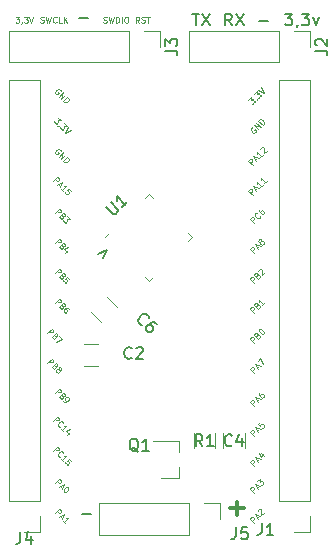
<source format=gbr>
%TF.GenerationSoftware,KiCad,Pcbnew,(5.1.6)-1*%
%TF.CreationDate,2021-02-26T18:45:46+01:00*%
%TF.ProjectId,STM32G031K8U6_Board,53544d33-3247-4303-9331-4b3855365f42,rev?*%
%TF.SameCoordinates,Original*%
%TF.FileFunction,Legend,Top*%
%TF.FilePolarity,Positive*%
%FSLAX46Y46*%
G04 Gerber Fmt 4.6, Leading zero omitted, Abs format (unit mm)*
G04 Created by KiCad (PCBNEW (5.1.6)-1) date 2021-02-26 18:45:46*
%MOMM*%
%LPD*%
G01*
G04 APERTURE LIST*
%ADD10C,0.150000*%
%ADD11C,0.125000*%
%ADD12C,0.300000*%
%ADD13C,0.120000*%
G04 APERTURE END LIST*
D10*
X118009103Y-56527851D02*
X118749881Y-56191133D01*
X118413164Y-56931912D01*
D11*
X130729475Y-43508299D02*
X130948341Y-43289433D01*
X130965177Y-43541971D01*
X131015685Y-43491463D01*
X131066192Y-43474627D01*
X131099864Y-43474627D01*
X131150372Y-43491463D01*
X131234551Y-43575643D01*
X131251387Y-43626150D01*
X131251387Y-43659822D01*
X131234551Y-43710330D01*
X131133536Y-43811345D01*
X131083028Y-43828181D01*
X131049356Y-43828181D01*
X131453417Y-43457791D02*
X131470253Y-43474627D01*
X131487089Y-43525135D01*
X131487089Y-43558807D01*
X131234551Y-43003223D02*
X131453417Y-42784356D01*
X131470253Y-43036895D01*
X131520761Y-42986387D01*
X131571269Y-42969551D01*
X131604940Y-42969551D01*
X131655448Y-42986387D01*
X131739627Y-43070566D01*
X131756463Y-43121074D01*
X131756463Y-43154746D01*
X131739627Y-43205253D01*
X131638612Y-43306269D01*
X131588104Y-43323104D01*
X131554433Y-43323104D01*
X131554433Y-42683341D02*
X132025837Y-42919043D01*
X131790135Y-42447639D01*
X114606700Y-45004475D02*
X114825566Y-45223341D01*
X114573028Y-45240177D01*
X114623536Y-45290685D01*
X114640372Y-45341192D01*
X114640372Y-45374864D01*
X114623536Y-45425372D01*
X114539356Y-45509551D01*
X114488849Y-45526387D01*
X114455177Y-45526387D01*
X114404669Y-45509551D01*
X114303654Y-45408536D01*
X114286818Y-45358028D01*
X114286818Y-45324356D01*
X114657208Y-45728417D02*
X114640372Y-45745253D01*
X114589864Y-45762089D01*
X114556192Y-45762089D01*
X115111776Y-45509551D02*
X115330643Y-45728417D01*
X115078104Y-45745253D01*
X115128612Y-45795761D01*
X115145448Y-45846269D01*
X115145448Y-45879940D01*
X115128612Y-45930448D01*
X115044433Y-46014627D01*
X114993925Y-46031463D01*
X114960253Y-46031463D01*
X114909746Y-46014627D01*
X114808730Y-45913612D01*
X114791895Y-45863104D01*
X114791895Y-45829433D01*
X115431658Y-45829433D02*
X115195956Y-46300837D01*
X115667360Y-46065135D01*
X114842402Y-42733849D02*
X114825566Y-42683341D01*
X114775059Y-42632834D01*
X114707715Y-42599162D01*
X114640372Y-42599162D01*
X114589864Y-42615998D01*
X114505685Y-42666505D01*
X114455177Y-42717013D01*
X114404669Y-42801192D01*
X114387834Y-42851700D01*
X114387834Y-42919043D01*
X114421505Y-42986387D01*
X114455177Y-43020059D01*
X114522521Y-43053730D01*
X114556192Y-43053730D01*
X114674043Y-42935879D01*
X114606700Y-42868536D01*
X114674043Y-43238925D02*
X115027597Y-42885372D01*
X114876074Y-43440956D01*
X115229627Y-43087402D01*
X115044433Y-43609314D02*
X115397986Y-43255761D01*
X115482165Y-43339940D01*
X115515837Y-43407284D01*
X115515837Y-43474627D01*
X115499001Y-43525135D01*
X115448494Y-43609314D01*
X115397986Y-43659822D01*
X115313807Y-43710330D01*
X115263299Y-43727165D01*
X115195956Y-43727165D01*
X115128612Y-43693494D01*
X115044433Y-43609314D01*
X114842402Y-47813849D02*
X114825566Y-47763341D01*
X114775059Y-47712834D01*
X114707715Y-47679162D01*
X114640372Y-47679162D01*
X114589864Y-47695998D01*
X114505685Y-47746505D01*
X114455177Y-47797013D01*
X114404669Y-47881192D01*
X114387834Y-47931700D01*
X114387834Y-47999043D01*
X114421505Y-48066387D01*
X114455177Y-48100059D01*
X114522521Y-48133730D01*
X114556192Y-48133730D01*
X114674043Y-48015879D01*
X114606700Y-47948536D01*
X114674043Y-48318925D02*
X115027597Y-47965372D01*
X114876074Y-48520956D01*
X115229627Y-48167402D01*
X115044433Y-48689314D02*
X115397986Y-48335761D01*
X115482165Y-48419940D01*
X115515837Y-48487284D01*
X115515837Y-48554627D01*
X115499001Y-48605135D01*
X115448494Y-48689314D01*
X115397986Y-48739822D01*
X115313807Y-48790330D01*
X115263299Y-48807165D01*
X115195956Y-48807165D01*
X115128612Y-48773494D01*
X115044433Y-48689314D01*
X114194221Y-50379103D02*
X114547774Y-50025549D01*
X114682461Y-50160236D01*
X114699297Y-50210744D01*
X114699297Y-50244416D01*
X114682461Y-50294923D01*
X114631954Y-50345431D01*
X114581446Y-50362267D01*
X114547774Y-50362267D01*
X114497267Y-50345431D01*
X114362580Y-50210744D01*
X114631954Y-50614805D02*
X114800312Y-50783164D01*
X114497267Y-50682148D02*
X114968671Y-50446446D01*
X114732969Y-50917851D01*
X115036015Y-51220896D02*
X114833984Y-51018866D01*
X114935000Y-51119881D02*
X115288553Y-50766328D01*
X115204374Y-50783164D01*
X115137030Y-50783164D01*
X115086522Y-50766328D01*
X115709450Y-51187225D02*
X115541091Y-51018866D01*
X115355896Y-51170389D01*
X115389568Y-51170389D01*
X115440076Y-51187225D01*
X115524255Y-51271404D01*
X115541091Y-51321912D01*
X115541091Y-51355583D01*
X115524255Y-51406091D01*
X115440076Y-51490270D01*
X115389568Y-51507106D01*
X115355896Y-51507106D01*
X115305389Y-51490270D01*
X115221209Y-51406091D01*
X115204374Y-51355583D01*
X115204374Y-51321912D01*
X114337326Y-53062208D02*
X114690879Y-52708654D01*
X114825566Y-52843341D01*
X114842402Y-52893849D01*
X114842402Y-52927521D01*
X114825566Y-52978028D01*
X114775059Y-53028536D01*
X114724551Y-53045372D01*
X114690879Y-53045372D01*
X114640372Y-53028536D01*
X114505685Y-52893849D01*
X114993925Y-53348417D02*
X115027597Y-53415761D01*
X115027597Y-53449433D01*
X115010761Y-53499940D01*
X114960253Y-53550448D01*
X114909746Y-53567284D01*
X114876074Y-53567284D01*
X114825566Y-53550448D01*
X114690879Y-53415761D01*
X115044433Y-53062208D01*
X115162284Y-53180059D01*
X115179120Y-53230566D01*
X115179120Y-53264238D01*
X115162284Y-53314746D01*
X115128612Y-53348417D01*
X115078104Y-53365253D01*
X115044433Y-53365253D01*
X114993925Y-53348417D01*
X114876074Y-53230566D01*
X115364314Y-53382089D02*
X115583181Y-53600956D01*
X115330643Y-53617791D01*
X115381150Y-53668299D01*
X115397986Y-53718807D01*
X115397986Y-53752478D01*
X115381150Y-53802986D01*
X115296971Y-53887165D01*
X115246463Y-53904001D01*
X115212791Y-53904001D01*
X115162284Y-53887165D01*
X115061269Y-53786150D01*
X115044433Y-53735643D01*
X115044433Y-53701971D01*
X114337326Y-55602208D02*
X114690879Y-55248654D01*
X114825566Y-55383341D01*
X114842402Y-55433849D01*
X114842402Y-55467521D01*
X114825566Y-55518028D01*
X114775059Y-55568536D01*
X114724551Y-55585372D01*
X114690879Y-55585372D01*
X114640372Y-55568536D01*
X114505685Y-55433849D01*
X114993925Y-55888417D02*
X115027597Y-55955761D01*
X115027597Y-55989433D01*
X115010761Y-56039940D01*
X114960253Y-56090448D01*
X114909746Y-56107284D01*
X114876074Y-56107284D01*
X114825566Y-56090448D01*
X114690879Y-55955761D01*
X115044433Y-55602208D01*
X115162284Y-55720059D01*
X115179120Y-55770566D01*
X115179120Y-55804238D01*
X115162284Y-55854746D01*
X115128612Y-55888417D01*
X115078104Y-55905253D01*
X115044433Y-55905253D01*
X114993925Y-55888417D01*
X114876074Y-55770566D01*
X115431658Y-56225135D02*
X115195956Y-56460837D01*
X115482165Y-56006269D02*
X115145448Y-56174627D01*
X115364314Y-56393494D01*
X114337326Y-58142208D02*
X114690879Y-57788654D01*
X114825566Y-57923341D01*
X114842402Y-57973849D01*
X114842402Y-58007521D01*
X114825566Y-58058028D01*
X114775059Y-58108536D01*
X114724551Y-58125372D01*
X114690879Y-58125372D01*
X114640372Y-58108536D01*
X114505685Y-57973849D01*
X114993925Y-58428417D02*
X115027597Y-58495761D01*
X115027597Y-58529433D01*
X115010761Y-58579940D01*
X114960253Y-58630448D01*
X114909746Y-58647284D01*
X114876074Y-58647284D01*
X114825566Y-58630448D01*
X114690879Y-58495761D01*
X115044433Y-58142208D01*
X115162284Y-58260059D01*
X115179120Y-58310566D01*
X115179120Y-58344238D01*
X115162284Y-58394746D01*
X115128612Y-58428417D01*
X115078104Y-58445253D01*
X115044433Y-58445253D01*
X114993925Y-58428417D01*
X114876074Y-58310566D01*
X115566345Y-58664120D02*
X115397986Y-58495761D01*
X115212791Y-58647284D01*
X115246463Y-58647284D01*
X115296971Y-58664120D01*
X115381150Y-58748299D01*
X115397986Y-58798807D01*
X115397986Y-58832478D01*
X115381150Y-58882986D01*
X115296971Y-58967165D01*
X115246463Y-58984001D01*
X115212791Y-58984001D01*
X115162284Y-58967165D01*
X115078104Y-58882986D01*
X115061269Y-58832478D01*
X115061269Y-58798807D01*
X114337326Y-60682208D02*
X114690879Y-60328654D01*
X114825566Y-60463341D01*
X114842402Y-60513849D01*
X114842402Y-60547521D01*
X114825566Y-60598028D01*
X114775059Y-60648536D01*
X114724551Y-60665372D01*
X114690879Y-60665372D01*
X114640372Y-60648536D01*
X114505685Y-60513849D01*
X114993925Y-60968417D02*
X115027597Y-61035761D01*
X115027597Y-61069433D01*
X115010761Y-61119940D01*
X114960253Y-61170448D01*
X114909746Y-61187284D01*
X114876074Y-61187284D01*
X114825566Y-61170448D01*
X114690879Y-61035761D01*
X115044433Y-60682208D01*
X115162284Y-60800059D01*
X115179120Y-60850566D01*
X115179120Y-60884238D01*
X115162284Y-60934746D01*
X115128612Y-60968417D01*
X115078104Y-60985253D01*
X115044433Y-60985253D01*
X114993925Y-60968417D01*
X114876074Y-60850566D01*
X115549509Y-61187284D02*
X115482165Y-61119940D01*
X115431658Y-61103104D01*
X115397986Y-61103104D01*
X115313807Y-61119940D01*
X115229627Y-61170448D01*
X115094940Y-61305135D01*
X115078104Y-61355643D01*
X115078104Y-61389314D01*
X115094940Y-61439822D01*
X115162284Y-61507165D01*
X115212791Y-61524001D01*
X115246463Y-61524001D01*
X115296971Y-61507165D01*
X115381150Y-61422986D01*
X115397986Y-61372478D01*
X115397986Y-61338807D01*
X115381150Y-61288299D01*
X115313807Y-61220956D01*
X115263299Y-61204120D01*
X115229627Y-61204120D01*
X115179120Y-61220956D01*
X113702326Y-63222208D02*
X114055879Y-62868654D01*
X114190566Y-63003341D01*
X114207402Y-63053849D01*
X114207402Y-63087521D01*
X114190566Y-63138028D01*
X114140059Y-63188536D01*
X114089551Y-63205372D01*
X114055879Y-63205372D01*
X114005372Y-63188536D01*
X113870685Y-63053849D01*
X114358925Y-63508417D02*
X114392597Y-63575761D01*
X114392597Y-63609433D01*
X114375761Y-63659940D01*
X114325253Y-63710448D01*
X114274746Y-63727284D01*
X114241074Y-63727284D01*
X114190566Y-63710448D01*
X114055879Y-63575761D01*
X114409433Y-63222208D01*
X114527284Y-63340059D01*
X114544120Y-63390566D01*
X114544120Y-63424238D01*
X114527284Y-63474746D01*
X114493612Y-63508417D01*
X114443104Y-63525253D01*
X114409433Y-63525253D01*
X114358925Y-63508417D01*
X114241074Y-63390566D01*
X114729314Y-63542089D02*
X114965017Y-63777791D01*
X114459940Y-63979822D01*
X113702326Y-65762208D02*
X114055879Y-65408654D01*
X114190566Y-65543341D01*
X114207402Y-65593849D01*
X114207402Y-65627521D01*
X114190566Y-65678028D01*
X114140059Y-65728536D01*
X114089551Y-65745372D01*
X114055879Y-65745372D01*
X114005372Y-65728536D01*
X113870685Y-65593849D01*
X114358925Y-66048417D02*
X114392597Y-66115761D01*
X114392597Y-66149433D01*
X114375761Y-66199940D01*
X114325253Y-66250448D01*
X114274746Y-66267284D01*
X114241074Y-66267284D01*
X114190566Y-66250448D01*
X114055879Y-66115761D01*
X114409433Y-65762208D01*
X114527284Y-65880059D01*
X114544120Y-65930566D01*
X114544120Y-65964238D01*
X114527284Y-66014746D01*
X114493612Y-66048417D01*
X114443104Y-66065253D01*
X114409433Y-66065253D01*
X114358925Y-66048417D01*
X114241074Y-65930566D01*
X114661971Y-66317791D02*
X114645135Y-66267284D01*
X114645135Y-66233612D01*
X114661971Y-66183104D01*
X114678807Y-66166269D01*
X114729314Y-66149433D01*
X114762986Y-66149433D01*
X114813494Y-66166269D01*
X114880837Y-66233612D01*
X114897673Y-66284120D01*
X114897673Y-66317791D01*
X114880837Y-66368299D01*
X114864001Y-66385135D01*
X114813494Y-66401971D01*
X114779822Y-66401971D01*
X114729314Y-66385135D01*
X114661971Y-66317791D01*
X114611463Y-66300956D01*
X114577791Y-66300956D01*
X114527284Y-66317791D01*
X114459940Y-66385135D01*
X114443104Y-66435643D01*
X114443104Y-66469314D01*
X114459940Y-66519822D01*
X114527284Y-66587165D01*
X114577791Y-66604001D01*
X114611463Y-66604001D01*
X114661971Y-66587165D01*
X114729314Y-66519822D01*
X114746150Y-66469314D01*
X114746150Y-66435643D01*
X114729314Y-66385135D01*
X114337326Y-68302208D02*
X114690879Y-67948654D01*
X114825566Y-68083341D01*
X114842402Y-68133849D01*
X114842402Y-68167521D01*
X114825566Y-68218028D01*
X114775059Y-68268536D01*
X114724551Y-68285372D01*
X114690879Y-68285372D01*
X114640372Y-68268536D01*
X114505685Y-68133849D01*
X114993925Y-68588417D02*
X115027597Y-68655761D01*
X115027597Y-68689433D01*
X115010761Y-68739940D01*
X114960253Y-68790448D01*
X114909746Y-68807284D01*
X114876074Y-68807284D01*
X114825566Y-68790448D01*
X114690879Y-68655761D01*
X115044433Y-68302208D01*
X115162284Y-68420059D01*
X115179120Y-68470566D01*
X115179120Y-68504238D01*
X115162284Y-68554746D01*
X115128612Y-68588417D01*
X115078104Y-68605253D01*
X115044433Y-68605253D01*
X114993925Y-68588417D01*
X114876074Y-68470566D01*
X115061269Y-69026150D02*
X115128612Y-69093494D01*
X115179120Y-69110330D01*
X115212791Y-69110330D01*
X115296971Y-69093494D01*
X115381150Y-69042986D01*
X115515837Y-68908299D01*
X115532673Y-68857791D01*
X115532673Y-68824120D01*
X115515837Y-68773612D01*
X115448494Y-68706269D01*
X115397986Y-68689433D01*
X115364314Y-68689433D01*
X115313807Y-68706269D01*
X115229627Y-68790448D01*
X115212791Y-68840956D01*
X115212791Y-68874627D01*
X115229627Y-68925135D01*
X115296971Y-68992478D01*
X115347478Y-69009314D01*
X115381150Y-69009314D01*
X115431658Y-68992478D01*
X114168967Y-70673849D02*
X114522521Y-70320295D01*
X114657208Y-70454982D01*
X114674043Y-70505490D01*
X114674043Y-70539162D01*
X114657208Y-70589669D01*
X114606700Y-70640177D01*
X114556192Y-70657013D01*
X114522521Y-70657013D01*
X114472013Y-70640177D01*
X114337326Y-70505490D01*
X114758223Y-71195761D02*
X114724551Y-71195761D01*
X114657208Y-71162089D01*
X114623536Y-71128417D01*
X114589864Y-71061074D01*
X114589864Y-70993730D01*
X114606700Y-70943223D01*
X114657208Y-70859043D01*
X114707715Y-70808536D01*
X114791895Y-70758028D01*
X114842402Y-70741192D01*
X114909746Y-70741192D01*
X114977089Y-70774864D01*
X115010761Y-70808536D01*
X115044433Y-70875879D01*
X115044433Y-70909551D01*
X115061269Y-71566150D02*
X114859238Y-71364120D01*
X114960253Y-71465135D02*
X115313807Y-71111582D01*
X115229627Y-71128417D01*
X115162284Y-71128417D01*
X115111776Y-71111582D01*
X115600017Y-71633494D02*
X115364314Y-71869196D01*
X115650524Y-71414627D02*
X115313807Y-71582986D01*
X115532673Y-71801852D01*
X114168967Y-73213849D02*
X114522521Y-72860295D01*
X114657208Y-72994982D01*
X114674043Y-73045490D01*
X114674043Y-73079162D01*
X114657208Y-73129669D01*
X114606700Y-73180177D01*
X114556192Y-73197013D01*
X114522521Y-73197013D01*
X114472013Y-73180177D01*
X114337326Y-73045490D01*
X114758223Y-73735761D02*
X114724551Y-73735761D01*
X114657208Y-73702089D01*
X114623536Y-73668417D01*
X114589864Y-73601074D01*
X114589864Y-73533730D01*
X114606700Y-73483223D01*
X114657208Y-73399043D01*
X114707715Y-73348536D01*
X114791895Y-73298028D01*
X114842402Y-73281192D01*
X114909746Y-73281192D01*
X114977089Y-73314864D01*
X115010761Y-73348536D01*
X115044433Y-73415879D01*
X115044433Y-73449551D01*
X115061269Y-74106150D02*
X114859238Y-73904120D01*
X114960253Y-74005135D02*
X115313807Y-73651582D01*
X115229627Y-73668417D01*
X115162284Y-73668417D01*
X115111776Y-73651582D01*
X115734704Y-74072478D02*
X115566345Y-73904120D01*
X115381150Y-74055643D01*
X115414822Y-74055643D01*
X115465330Y-74072478D01*
X115549509Y-74156658D01*
X115566345Y-74207165D01*
X115566345Y-74240837D01*
X115549509Y-74291345D01*
X115465330Y-74375524D01*
X115414822Y-74392360D01*
X115381150Y-74392360D01*
X115330643Y-74375524D01*
X115246463Y-74291345D01*
X115229627Y-74240837D01*
X115229627Y-74207165D01*
X114362580Y-75947461D02*
X114716133Y-75593908D01*
X114850820Y-75728595D01*
X114867656Y-75779103D01*
X114867656Y-75812774D01*
X114850820Y-75863282D01*
X114800312Y-75913790D01*
X114749805Y-75930625D01*
X114716133Y-75930625D01*
X114665625Y-75913790D01*
X114530938Y-75779103D01*
X114800312Y-76183164D02*
X114968671Y-76351522D01*
X114665625Y-76250507D02*
X115137030Y-76014805D01*
X114901328Y-76486209D01*
X115440076Y-76317851D02*
X115473748Y-76351522D01*
X115490583Y-76402030D01*
X115490583Y-76435702D01*
X115473748Y-76486209D01*
X115423240Y-76570389D01*
X115339061Y-76654568D01*
X115254881Y-76705076D01*
X115204374Y-76721912D01*
X115170702Y-76721912D01*
X115120194Y-76705076D01*
X115086522Y-76671404D01*
X115069687Y-76620896D01*
X115069687Y-76587225D01*
X115086522Y-76536717D01*
X115137030Y-76452538D01*
X115221209Y-76368358D01*
X115305389Y-76317851D01*
X115355896Y-76301015D01*
X115389568Y-76301015D01*
X115440076Y-76317851D01*
X114362580Y-78487461D02*
X114716133Y-78133908D01*
X114850820Y-78268595D01*
X114867656Y-78319103D01*
X114867656Y-78352774D01*
X114850820Y-78403282D01*
X114800312Y-78453790D01*
X114749805Y-78470625D01*
X114716133Y-78470625D01*
X114665625Y-78453790D01*
X114530938Y-78319103D01*
X114800312Y-78723164D02*
X114968671Y-78891522D01*
X114665625Y-78790507D02*
X115137030Y-78554805D01*
X114901328Y-79026209D01*
X115204374Y-79329255D02*
X115002343Y-79127225D01*
X115103358Y-79228240D02*
X115456912Y-78874687D01*
X115372732Y-78891522D01*
X115305389Y-78891522D01*
X115254881Y-78874687D01*
X131192461Y-79312419D02*
X130838908Y-78958866D01*
X130973595Y-78824179D01*
X131024103Y-78807343D01*
X131057774Y-78807343D01*
X131108282Y-78824179D01*
X131158790Y-78874687D01*
X131175625Y-78925194D01*
X131175625Y-78958866D01*
X131158790Y-79009374D01*
X131024103Y-79144061D01*
X131428164Y-78874687D02*
X131596522Y-78706328D01*
X131495507Y-79009374D02*
X131259805Y-78537969D01*
X131731209Y-78773671D01*
X131512343Y-78352774D02*
X131512343Y-78319103D01*
X131529179Y-78268595D01*
X131613358Y-78184416D01*
X131663866Y-78167580D01*
X131697538Y-78167580D01*
X131748045Y-78184416D01*
X131781717Y-78218087D01*
X131815389Y-78285431D01*
X131815389Y-78689492D01*
X132034255Y-78470625D01*
X131192461Y-76772419D02*
X130838908Y-76418866D01*
X130973595Y-76284179D01*
X131024103Y-76267343D01*
X131057774Y-76267343D01*
X131108282Y-76284179D01*
X131158790Y-76334687D01*
X131175625Y-76385194D01*
X131175625Y-76418866D01*
X131158790Y-76469374D01*
X131024103Y-76604061D01*
X131428164Y-76334687D02*
X131596522Y-76166328D01*
X131495507Y-76469374D02*
X131259805Y-75997969D01*
X131731209Y-76233671D01*
X131461835Y-75795938D02*
X131680702Y-75577072D01*
X131697538Y-75829610D01*
X131748045Y-75779103D01*
X131798553Y-75762267D01*
X131832225Y-75762267D01*
X131882732Y-75779103D01*
X131966912Y-75863282D01*
X131983748Y-75913790D01*
X131983748Y-75947461D01*
X131966912Y-75997969D01*
X131865896Y-76098984D01*
X131815389Y-76115820D01*
X131781717Y-76115820D01*
X131227461Y-74482419D02*
X130873908Y-74128866D01*
X131008595Y-73994179D01*
X131059103Y-73977343D01*
X131092774Y-73977343D01*
X131143282Y-73994179D01*
X131193790Y-74044687D01*
X131210625Y-74095194D01*
X131210625Y-74128866D01*
X131193790Y-74179374D01*
X131059103Y-74314061D01*
X131463164Y-74044687D02*
X131631522Y-73876328D01*
X131530507Y-74179374D02*
X131294805Y-73707969D01*
X131766209Y-73943671D01*
X131799881Y-73438595D02*
X132035583Y-73674297D01*
X131581015Y-73388087D02*
X131749374Y-73724805D01*
X131968240Y-73505938D01*
X131227461Y-71942419D02*
X130873908Y-71588866D01*
X131008595Y-71454179D01*
X131059103Y-71437343D01*
X131092774Y-71437343D01*
X131143282Y-71454179D01*
X131193790Y-71504687D01*
X131210625Y-71555194D01*
X131210625Y-71588866D01*
X131193790Y-71639374D01*
X131059103Y-71774061D01*
X131463164Y-71504687D02*
X131631522Y-71336328D01*
X131530507Y-71639374D02*
X131294805Y-71167969D01*
X131766209Y-71403671D01*
X131698866Y-70763908D02*
X131530507Y-70932267D01*
X131682030Y-71117461D01*
X131682030Y-71083790D01*
X131698866Y-71033282D01*
X131783045Y-70949103D01*
X131833553Y-70932267D01*
X131867225Y-70932267D01*
X131917732Y-70949103D01*
X132001912Y-71033282D01*
X132018748Y-71083790D01*
X132018748Y-71117461D01*
X132001912Y-71167969D01*
X131917732Y-71252148D01*
X131867225Y-71268984D01*
X131833553Y-71268984D01*
X131227461Y-69402419D02*
X130873908Y-69048866D01*
X131008595Y-68914179D01*
X131059103Y-68897343D01*
X131092774Y-68897343D01*
X131143282Y-68914179D01*
X131193790Y-68964687D01*
X131210625Y-69015194D01*
X131210625Y-69048866D01*
X131193790Y-69099374D01*
X131059103Y-69234061D01*
X131463164Y-68964687D02*
X131631522Y-68796328D01*
X131530507Y-69099374D02*
X131294805Y-68627969D01*
X131766209Y-68863671D01*
X131682030Y-68240744D02*
X131614687Y-68308087D01*
X131597851Y-68358595D01*
X131597851Y-68392267D01*
X131614687Y-68476446D01*
X131665194Y-68560625D01*
X131799881Y-68695312D01*
X131850389Y-68712148D01*
X131884061Y-68712148D01*
X131934568Y-68695312D01*
X132001912Y-68627969D01*
X132018748Y-68577461D01*
X132018748Y-68543790D01*
X132001912Y-68493282D01*
X131917732Y-68409103D01*
X131867225Y-68392267D01*
X131833553Y-68392267D01*
X131783045Y-68409103D01*
X131715702Y-68476446D01*
X131698866Y-68526954D01*
X131698866Y-68560625D01*
X131715702Y-68611133D01*
X131227461Y-66612419D02*
X130873908Y-66258866D01*
X131008595Y-66124179D01*
X131059103Y-66107343D01*
X131092774Y-66107343D01*
X131143282Y-66124179D01*
X131193790Y-66174687D01*
X131210625Y-66225194D01*
X131210625Y-66258866D01*
X131193790Y-66309374D01*
X131059103Y-66444061D01*
X131463164Y-66174687D02*
X131631522Y-66006328D01*
X131530507Y-66309374D02*
X131294805Y-65837969D01*
X131766209Y-66073671D01*
X131496835Y-65635938D02*
X131732538Y-65400236D01*
X131934568Y-65905312D01*
X131202208Y-64097673D02*
X130848654Y-63744120D01*
X130983341Y-63609433D01*
X131033849Y-63592597D01*
X131067521Y-63592597D01*
X131118028Y-63609433D01*
X131168536Y-63659940D01*
X131185372Y-63710448D01*
X131185372Y-63744120D01*
X131168536Y-63794627D01*
X131033849Y-63929314D01*
X131488417Y-63441074D02*
X131555761Y-63407402D01*
X131589433Y-63407402D01*
X131639940Y-63424238D01*
X131690448Y-63474746D01*
X131707284Y-63525253D01*
X131707284Y-63558925D01*
X131690448Y-63609433D01*
X131555761Y-63744120D01*
X131202208Y-63390566D01*
X131320059Y-63272715D01*
X131370566Y-63255879D01*
X131404238Y-63255879D01*
X131454746Y-63272715D01*
X131488417Y-63306387D01*
X131505253Y-63356895D01*
X131505253Y-63390566D01*
X131488417Y-63441074D01*
X131370566Y-63558925D01*
X131623104Y-62969669D02*
X131656776Y-62935998D01*
X131707284Y-62919162D01*
X131740956Y-62919162D01*
X131791463Y-62935998D01*
X131875643Y-62986505D01*
X131959822Y-63070685D01*
X132010330Y-63154864D01*
X132027165Y-63205372D01*
X132027165Y-63239043D01*
X132010330Y-63289551D01*
X131976658Y-63323223D01*
X131926150Y-63340059D01*
X131892478Y-63340059D01*
X131841971Y-63323223D01*
X131757791Y-63272715D01*
X131673612Y-63188536D01*
X131623104Y-63104356D01*
X131606269Y-63053849D01*
X131606269Y-63020177D01*
X131623104Y-62969669D01*
X131202208Y-61557673D02*
X130848654Y-61204120D01*
X130983341Y-61069433D01*
X131033849Y-61052597D01*
X131067521Y-61052597D01*
X131118028Y-61069433D01*
X131168536Y-61119940D01*
X131185372Y-61170448D01*
X131185372Y-61204120D01*
X131168536Y-61254627D01*
X131033849Y-61389314D01*
X131488417Y-60901074D02*
X131555761Y-60867402D01*
X131589433Y-60867402D01*
X131639940Y-60884238D01*
X131690448Y-60934746D01*
X131707284Y-60985253D01*
X131707284Y-61018925D01*
X131690448Y-61069433D01*
X131555761Y-61204120D01*
X131202208Y-60850566D01*
X131320059Y-60732715D01*
X131370566Y-60715879D01*
X131404238Y-60715879D01*
X131454746Y-60732715D01*
X131488417Y-60766387D01*
X131505253Y-60816895D01*
X131505253Y-60850566D01*
X131488417Y-60901074D01*
X131370566Y-61018925D01*
X132094509Y-60665372D02*
X131892478Y-60867402D01*
X131993494Y-60766387D02*
X131639940Y-60412834D01*
X131656776Y-60497013D01*
X131656776Y-60564356D01*
X131639940Y-60614864D01*
X131202208Y-59017673D02*
X130848654Y-58664120D01*
X130983341Y-58529433D01*
X131033849Y-58512597D01*
X131067521Y-58512597D01*
X131118028Y-58529433D01*
X131168536Y-58579940D01*
X131185372Y-58630448D01*
X131185372Y-58664120D01*
X131168536Y-58714627D01*
X131033849Y-58849314D01*
X131488417Y-58361074D02*
X131555761Y-58327402D01*
X131589433Y-58327402D01*
X131639940Y-58344238D01*
X131690448Y-58394746D01*
X131707284Y-58445253D01*
X131707284Y-58478925D01*
X131690448Y-58529433D01*
X131555761Y-58664120D01*
X131202208Y-58310566D01*
X131320059Y-58192715D01*
X131370566Y-58175879D01*
X131404238Y-58175879D01*
X131454746Y-58192715D01*
X131488417Y-58226387D01*
X131505253Y-58276895D01*
X131505253Y-58310566D01*
X131488417Y-58361074D01*
X131370566Y-58478925D01*
X131572597Y-58007521D02*
X131572597Y-57973849D01*
X131589433Y-57923341D01*
X131673612Y-57839162D01*
X131724120Y-57822326D01*
X131757791Y-57822326D01*
X131808299Y-57839162D01*
X131841971Y-57872834D01*
X131875643Y-57940177D01*
X131875643Y-58344238D01*
X132094509Y-58125372D01*
X131227461Y-56452419D02*
X130873908Y-56098866D01*
X131008595Y-55964179D01*
X131059103Y-55947343D01*
X131092774Y-55947343D01*
X131143282Y-55964179D01*
X131193790Y-56014687D01*
X131210625Y-56065194D01*
X131210625Y-56098866D01*
X131193790Y-56149374D01*
X131059103Y-56284061D01*
X131463164Y-56014687D02*
X131631522Y-55846328D01*
X131530507Y-56149374D02*
X131294805Y-55677969D01*
X131766209Y-55913671D01*
X131732538Y-55543282D02*
X131682030Y-55560118D01*
X131648358Y-55560118D01*
X131597851Y-55543282D01*
X131581015Y-55526446D01*
X131564179Y-55475938D01*
X131564179Y-55442267D01*
X131581015Y-55391759D01*
X131648358Y-55324416D01*
X131698866Y-55307580D01*
X131732538Y-55307580D01*
X131783045Y-55324416D01*
X131799881Y-55341251D01*
X131816717Y-55391759D01*
X131816717Y-55425431D01*
X131799881Y-55475938D01*
X131732538Y-55543282D01*
X131715702Y-55593790D01*
X131715702Y-55627461D01*
X131732538Y-55677969D01*
X131799881Y-55745312D01*
X131850389Y-55762148D01*
X131884061Y-55762148D01*
X131934568Y-55745312D01*
X132001912Y-55677969D01*
X132018748Y-55627461D01*
X132018748Y-55593790D01*
X132001912Y-55543282D01*
X131934568Y-55475938D01*
X131884061Y-55459103D01*
X131850389Y-55459103D01*
X131799881Y-55475938D01*
X131222208Y-53937673D02*
X130868654Y-53584120D01*
X131003341Y-53449433D01*
X131053849Y-53432597D01*
X131087521Y-53432597D01*
X131138028Y-53449433D01*
X131188536Y-53499940D01*
X131205372Y-53550448D01*
X131205372Y-53584120D01*
X131188536Y-53634627D01*
X131053849Y-53769314D01*
X131744120Y-53348417D02*
X131744120Y-53382089D01*
X131710448Y-53449433D01*
X131676776Y-53483104D01*
X131609433Y-53516776D01*
X131542089Y-53516776D01*
X131491582Y-53499940D01*
X131407402Y-53449433D01*
X131356895Y-53398925D01*
X131306387Y-53314746D01*
X131289551Y-53264238D01*
X131289551Y-53196895D01*
X131323223Y-53129551D01*
X131356895Y-53095879D01*
X131424238Y-53062208D01*
X131457910Y-53062208D01*
X131727284Y-52725490D02*
X131659940Y-52792834D01*
X131643104Y-52843341D01*
X131643104Y-52877013D01*
X131659940Y-52961192D01*
X131710448Y-53045372D01*
X131845135Y-53180059D01*
X131895643Y-53196895D01*
X131929314Y-53196895D01*
X131979822Y-53180059D01*
X132047165Y-53112715D01*
X132064001Y-53062208D01*
X132064001Y-53028536D01*
X132047165Y-52978028D01*
X131962986Y-52893849D01*
X131912478Y-52877013D01*
X131878807Y-52877013D01*
X131828299Y-52893849D01*
X131760956Y-52961192D01*
X131744120Y-53011700D01*
X131744120Y-53045372D01*
X131760956Y-53095879D01*
X131079103Y-51540778D02*
X130725549Y-51187225D01*
X130860236Y-51052538D01*
X130910744Y-51035702D01*
X130944416Y-51035702D01*
X130994923Y-51052538D01*
X131045431Y-51103045D01*
X131062267Y-51153553D01*
X131062267Y-51187225D01*
X131045431Y-51237732D01*
X130910744Y-51372419D01*
X131314805Y-51103045D02*
X131483164Y-50934687D01*
X131382148Y-51237732D02*
X131146446Y-50766328D01*
X131617851Y-51002030D01*
X131920896Y-50698984D02*
X131718866Y-50901015D01*
X131819881Y-50800000D02*
X131466328Y-50446446D01*
X131483164Y-50530625D01*
X131483164Y-50597969D01*
X131466328Y-50648477D01*
X132257614Y-50362267D02*
X132055583Y-50564297D01*
X132156599Y-50463282D02*
X131803045Y-50109729D01*
X131819881Y-50193908D01*
X131819881Y-50261251D01*
X131803045Y-50311759D01*
X131079103Y-49000778D02*
X130725549Y-48647225D01*
X130860236Y-48512538D01*
X130910744Y-48495702D01*
X130944416Y-48495702D01*
X130994923Y-48512538D01*
X131045431Y-48563045D01*
X131062267Y-48613553D01*
X131062267Y-48647225D01*
X131045431Y-48697732D01*
X130910744Y-48832419D01*
X131314805Y-48563045D02*
X131483164Y-48394687D01*
X131382148Y-48697732D02*
X131146446Y-48226328D01*
X131617851Y-48462030D01*
X131920896Y-48158984D02*
X131718866Y-48361015D01*
X131819881Y-48260000D02*
X131466328Y-47906446D01*
X131483164Y-47990625D01*
X131483164Y-48057969D01*
X131466328Y-48108477D01*
X131735702Y-47704416D02*
X131735702Y-47670744D01*
X131752538Y-47620236D01*
X131836717Y-47536057D01*
X131887225Y-47519221D01*
X131920896Y-47519221D01*
X131971404Y-47536057D01*
X132005076Y-47569729D01*
X132038748Y-47637072D01*
X132038748Y-48041133D01*
X132257614Y-47822267D01*
X131053849Y-45842597D02*
X131003341Y-45859433D01*
X130952834Y-45909940D01*
X130919162Y-45977284D01*
X130919162Y-46044627D01*
X130935998Y-46095135D01*
X130986505Y-46179314D01*
X131037013Y-46229822D01*
X131121192Y-46280330D01*
X131171700Y-46297165D01*
X131239043Y-46297165D01*
X131306387Y-46263494D01*
X131340059Y-46229822D01*
X131373730Y-46162478D01*
X131373730Y-46128807D01*
X131255879Y-46010956D01*
X131188536Y-46078299D01*
X131558925Y-46010956D02*
X131205372Y-45657402D01*
X131760956Y-45808925D01*
X131407402Y-45455372D01*
X131929314Y-45640566D02*
X131575761Y-45287013D01*
X131659940Y-45202834D01*
X131727284Y-45169162D01*
X131794627Y-45169162D01*
X131845135Y-45185998D01*
X131929314Y-45236505D01*
X131979822Y-45287013D01*
X132030330Y-45371192D01*
X132047165Y-45421700D01*
X132047165Y-45489043D01*
X132013494Y-45556387D01*
X131929314Y-45640566D01*
X121476190Y-36976190D02*
X121309523Y-36738095D01*
X121190476Y-36976190D02*
X121190476Y-36476190D01*
X121380952Y-36476190D01*
X121428571Y-36500000D01*
X121452380Y-36523809D01*
X121476190Y-36571428D01*
X121476190Y-36642857D01*
X121452380Y-36690476D01*
X121428571Y-36714285D01*
X121380952Y-36738095D01*
X121190476Y-36738095D01*
X121666666Y-36952380D02*
X121738095Y-36976190D01*
X121857142Y-36976190D01*
X121904761Y-36952380D01*
X121928571Y-36928571D01*
X121952380Y-36880952D01*
X121952380Y-36833333D01*
X121928571Y-36785714D01*
X121904761Y-36761904D01*
X121857142Y-36738095D01*
X121761904Y-36714285D01*
X121714285Y-36690476D01*
X121690476Y-36666666D01*
X121666666Y-36619047D01*
X121666666Y-36571428D01*
X121690476Y-36523809D01*
X121714285Y-36500000D01*
X121761904Y-36476190D01*
X121880952Y-36476190D01*
X121952380Y-36500000D01*
X122095238Y-36476190D02*
X122380952Y-36476190D01*
X122238095Y-36976190D02*
X122238095Y-36476190D01*
X111011904Y-36476190D02*
X111321428Y-36476190D01*
X111154761Y-36666666D01*
X111226190Y-36666666D01*
X111273809Y-36690476D01*
X111297619Y-36714285D01*
X111321428Y-36761904D01*
X111321428Y-36880952D01*
X111297619Y-36928571D01*
X111273809Y-36952380D01*
X111226190Y-36976190D01*
X111083333Y-36976190D01*
X111035714Y-36952380D01*
X111011904Y-36928571D01*
X111559523Y-36952380D02*
X111559523Y-36976190D01*
X111535714Y-37023809D01*
X111511904Y-37047619D01*
X111726190Y-36476190D02*
X112035714Y-36476190D01*
X111869047Y-36666666D01*
X111940476Y-36666666D01*
X111988095Y-36690476D01*
X112011904Y-36714285D01*
X112035714Y-36761904D01*
X112035714Y-36880952D01*
X112011904Y-36928571D01*
X111988095Y-36952380D01*
X111940476Y-36976190D01*
X111797619Y-36976190D01*
X111750000Y-36952380D01*
X111726190Y-36928571D01*
X112178571Y-36476190D02*
X112345238Y-36976190D01*
X112511904Y-36476190D01*
X113119047Y-36952380D02*
X113190476Y-36976190D01*
X113309523Y-36976190D01*
X113357142Y-36952380D01*
X113380952Y-36928571D01*
X113404761Y-36880952D01*
X113404761Y-36833333D01*
X113380952Y-36785714D01*
X113357142Y-36761904D01*
X113309523Y-36738095D01*
X113214285Y-36714285D01*
X113166666Y-36690476D01*
X113142857Y-36666666D01*
X113119047Y-36619047D01*
X113119047Y-36571428D01*
X113142857Y-36523809D01*
X113166666Y-36500000D01*
X113214285Y-36476190D01*
X113333333Y-36476190D01*
X113404761Y-36500000D01*
X113571428Y-36476190D02*
X113690476Y-36976190D01*
X113785714Y-36619047D01*
X113880952Y-36976190D01*
X114000000Y-36476190D01*
X114476190Y-36928571D02*
X114452380Y-36952380D01*
X114380952Y-36976190D01*
X114333333Y-36976190D01*
X114261904Y-36952380D01*
X114214285Y-36904761D01*
X114190476Y-36857142D01*
X114166666Y-36761904D01*
X114166666Y-36690476D01*
X114190476Y-36595238D01*
X114214285Y-36547619D01*
X114261904Y-36500000D01*
X114333333Y-36476190D01*
X114380952Y-36476190D01*
X114452380Y-36500000D01*
X114476190Y-36523809D01*
X114928571Y-36976190D02*
X114690476Y-36976190D01*
X114690476Y-36476190D01*
X115095238Y-36976190D02*
X115095238Y-36476190D01*
X115380952Y-36976190D02*
X115166666Y-36690476D01*
X115380952Y-36476190D02*
X115095238Y-36761904D01*
X118440476Y-36952380D02*
X118511904Y-36976190D01*
X118630952Y-36976190D01*
X118678571Y-36952380D01*
X118702380Y-36928571D01*
X118726190Y-36880952D01*
X118726190Y-36833333D01*
X118702380Y-36785714D01*
X118678571Y-36761904D01*
X118630952Y-36738095D01*
X118535714Y-36714285D01*
X118488095Y-36690476D01*
X118464285Y-36666666D01*
X118440476Y-36619047D01*
X118440476Y-36571428D01*
X118464285Y-36523809D01*
X118488095Y-36500000D01*
X118535714Y-36476190D01*
X118654761Y-36476190D01*
X118726190Y-36500000D01*
X118892857Y-36476190D02*
X119011904Y-36976190D01*
X119107142Y-36619047D01*
X119202380Y-36976190D01*
X119321428Y-36476190D01*
X119511904Y-36976190D02*
X119511904Y-36476190D01*
X119630952Y-36476190D01*
X119702380Y-36500000D01*
X119750000Y-36547619D01*
X119773809Y-36595238D01*
X119797619Y-36690476D01*
X119797619Y-36761904D01*
X119773809Y-36857142D01*
X119750000Y-36904761D01*
X119702380Y-36952380D01*
X119630952Y-36976190D01*
X119511904Y-36976190D01*
X120011904Y-36976190D02*
X120011904Y-36476190D01*
X120345238Y-36476190D02*
X120440476Y-36476190D01*
X120488095Y-36500000D01*
X120535714Y-36547619D01*
X120559523Y-36642857D01*
X120559523Y-36809523D01*
X120535714Y-36904761D01*
X120488095Y-36952380D01*
X120440476Y-36976190D01*
X120345238Y-36976190D01*
X120297619Y-36952380D01*
X120250000Y-36904761D01*
X120226190Y-36809523D01*
X120226190Y-36642857D01*
X120250000Y-36547619D01*
X120297619Y-36500000D01*
X120345238Y-36476190D01*
D10*
X116369047Y-36571428D02*
X117130952Y-36571428D01*
X133821428Y-36202380D02*
X134440476Y-36202380D01*
X134107142Y-36583333D01*
X134250000Y-36583333D01*
X134345238Y-36630952D01*
X134392857Y-36678571D01*
X134440476Y-36773809D01*
X134440476Y-37011904D01*
X134392857Y-37107142D01*
X134345238Y-37154761D01*
X134250000Y-37202380D01*
X133964285Y-37202380D01*
X133869047Y-37154761D01*
X133821428Y-37107142D01*
X134916666Y-37154761D02*
X134916666Y-37202380D01*
X134869047Y-37297619D01*
X134821428Y-37345238D01*
X135250000Y-36202380D02*
X135869047Y-36202380D01*
X135535714Y-36583333D01*
X135678571Y-36583333D01*
X135773809Y-36630952D01*
X135821428Y-36678571D01*
X135869047Y-36773809D01*
X135869047Y-37011904D01*
X135821428Y-37107142D01*
X135773809Y-37154761D01*
X135678571Y-37202380D01*
X135392857Y-37202380D01*
X135297619Y-37154761D01*
X135250000Y-37107142D01*
X136202380Y-36535714D02*
X136440476Y-37202380D01*
X136678571Y-36535714D01*
X131619047Y-36821428D02*
X132380952Y-36821428D01*
X129333333Y-37202380D02*
X129000000Y-36726190D01*
X128761904Y-37202380D02*
X128761904Y-36202380D01*
X129142857Y-36202380D01*
X129238095Y-36250000D01*
X129285714Y-36297619D01*
X129333333Y-36392857D01*
X129333333Y-36535714D01*
X129285714Y-36630952D01*
X129238095Y-36678571D01*
X129142857Y-36726190D01*
X128761904Y-36726190D01*
X129666666Y-36202380D02*
X130333333Y-37202380D01*
X130333333Y-36202380D02*
X129666666Y-37202380D01*
X125988095Y-36202380D02*
X126559523Y-36202380D01*
X126273809Y-37202380D02*
X126273809Y-36202380D01*
X126797619Y-36202380D02*
X127464285Y-37202380D01*
X127464285Y-36202380D02*
X126797619Y-37202380D01*
X116619047Y-78571428D02*
X117380952Y-78571428D01*
D12*
X129178571Y-78107142D02*
X130321428Y-78107142D01*
X129750000Y-78678571D02*
X129750000Y-77535714D01*
D13*
%TO.C,J4*%
X113090000Y-80070000D02*
X111760000Y-80070000D01*
X113090000Y-78740000D02*
X113090000Y-80070000D01*
X113090000Y-77470000D02*
X110430000Y-77470000D01*
X110430000Y-77470000D02*
X110430000Y-41850000D01*
X113090000Y-77470000D02*
X113090000Y-41850000D01*
X113090000Y-41850000D02*
X110430000Y-41850000D01*
%TO.C,C4*%
X128590000Y-72952064D02*
X128590000Y-71747936D01*
X130410000Y-72952064D02*
X130410000Y-71747936D01*
%TO.C,C6*%
X117430809Y-61467744D02*
X118282256Y-62319191D01*
X118717744Y-60180809D02*
X119569191Y-61032256D01*
%TO.C,J1*%
X135950000Y-80070000D02*
X134620000Y-80070000D01*
X135950000Y-78740000D02*
X135950000Y-80070000D01*
X135950000Y-77470000D02*
X133290000Y-77470000D01*
X133290000Y-77470000D02*
X133290000Y-41850000D01*
X135950000Y-77470000D02*
X135950000Y-41850000D01*
X135950000Y-41850000D02*
X133290000Y-41850000D01*
%TO.C,J2*%
X135950000Y-37670000D02*
X135950000Y-39000000D01*
X134620000Y-37670000D02*
X135950000Y-37670000D01*
X133350000Y-37670000D02*
X133350000Y-40330000D01*
X133350000Y-40330000D02*
X125670000Y-40330000D01*
X133350000Y-37670000D02*
X125670000Y-37670000D01*
X125670000Y-37670000D02*
X125670000Y-40330000D01*
%TO.C,J3*%
X123250000Y-37670000D02*
X123250000Y-39000000D01*
X121920000Y-37670000D02*
X123250000Y-37670000D01*
X120650000Y-37670000D02*
X120650000Y-40330000D01*
X120650000Y-40330000D02*
X110430000Y-40330000D01*
X120650000Y-37670000D02*
X110430000Y-37670000D01*
X110430000Y-37670000D02*
X110430000Y-40330000D01*
%TO.C,J5*%
X118050000Y-77670000D02*
X118050000Y-80330000D01*
X125730000Y-77670000D02*
X118050000Y-77670000D01*
X125730000Y-80330000D02*
X118050000Y-80330000D01*
X125730000Y-77670000D02*
X125730000Y-80330000D01*
X127000000Y-77670000D02*
X128330000Y-77670000D01*
X128330000Y-77670000D02*
X128330000Y-79000000D01*
%TO.C,Q1*%
X124810000Y-75530000D02*
X123350000Y-75530000D01*
X124810000Y-72370000D02*
X122650000Y-72370000D01*
X124810000Y-72370000D02*
X124810000Y-73300000D01*
X124810000Y-75530000D02*
X124810000Y-74600000D01*
%TO.C,R1*%
X127910000Y-72952064D02*
X127910000Y-71747936D01*
X126090000Y-72952064D02*
X126090000Y-71747936D01*
%TO.C,C2*%
X116797936Y-66010000D02*
X118002064Y-66010000D01*
X116797936Y-64190000D02*
X118002064Y-64190000D01*
%TO.C,U1*%
X121940260Y-51793768D02*
X122276136Y-51457893D01*
X122276136Y-51457893D02*
X122612012Y-51793768D01*
X122612012Y-58504212D02*
X122276136Y-58840087D01*
X122276136Y-58840087D02*
X121940260Y-58504212D01*
X125631358Y-55484866D02*
X125967233Y-55148990D01*
X125967233Y-55148990D02*
X125631358Y-54813114D01*
X118920914Y-54813114D02*
X118585039Y-55148990D01*
%TO.C,J4*%
D10*
X111426666Y-80097380D02*
X111426666Y-80811666D01*
X111379047Y-80954523D01*
X111283809Y-81049761D01*
X111140952Y-81097380D01*
X111045714Y-81097380D01*
X112331428Y-80430714D02*
X112331428Y-81097380D01*
X112093333Y-80049761D02*
X111855238Y-80764047D01*
X112474285Y-80764047D01*
%TO.C,C4*%
X129333333Y-72747142D02*
X129285714Y-72794761D01*
X129142857Y-72842380D01*
X129047619Y-72842380D01*
X128904761Y-72794761D01*
X128809523Y-72699523D01*
X128761904Y-72604285D01*
X128714285Y-72413809D01*
X128714285Y-72270952D01*
X128761904Y-72080476D01*
X128809523Y-71985238D01*
X128904761Y-71890000D01*
X129047619Y-71842380D01*
X129142857Y-71842380D01*
X129285714Y-71890000D01*
X129333333Y-71937619D01*
X130190476Y-72175714D02*
X130190476Y-72842380D01*
X129952380Y-71794761D02*
X129714285Y-72509047D01*
X130333333Y-72509047D01*
%TO.C,C6*%
X121729610Y-62534687D02*
X121662267Y-62534687D01*
X121527580Y-62467343D01*
X121460236Y-62400000D01*
X121392893Y-62265312D01*
X121392893Y-62130625D01*
X121426564Y-62029610D01*
X121527580Y-61861251D01*
X121628595Y-61760236D01*
X121796954Y-61659221D01*
X121897969Y-61625549D01*
X122032656Y-61625549D01*
X122167343Y-61692893D01*
X122234687Y-61760236D01*
X122302030Y-61894923D01*
X122302030Y-61962267D01*
X122975465Y-62501015D02*
X122840778Y-62366328D01*
X122739763Y-62332656D01*
X122672419Y-62332656D01*
X122504061Y-62366328D01*
X122335702Y-62467343D01*
X122066328Y-62736717D01*
X122032656Y-62837732D01*
X122032656Y-62905076D01*
X122066328Y-63006091D01*
X122201015Y-63140778D01*
X122302030Y-63174450D01*
X122369374Y-63174450D01*
X122470389Y-63140778D01*
X122638748Y-62972419D01*
X122672419Y-62871404D01*
X122672419Y-62804061D01*
X122638748Y-62703045D01*
X122504061Y-62568358D01*
X122403045Y-62534687D01*
X122335702Y-62534687D01*
X122234687Y-62568358D01*
%TO.C,J1*%
X131836666Y-79352380D02*
X131836666Y-80066666D01*
X131789047Y-80209523D01*
X131693809Y-80304761D01*
X131550952Y-80352380D01*
X131455714Y-80352380D01*
X132836666Y-80352380D02*
X132265238Y-80352380D01*
X132550952Y-80352380D02*
X132550952Y-79352380D01*
X132455714Y-79495238D01*
X132360476Y-79590476D01*
X132265238Y-79638095D01*
%TO.C,J2*%
X136402380Y-39333333D02*
X137116666Y-39333333D01*
X137259523Y-39380952D01*
X137354761Y-39476190D01*
X137402380Y-39619047D01*
X137402380Y-39714285D01*
X136497619Y-38904761D02*
X136450000Y-38857142D01*
X136402380Y-38761904D01*
X136402380Y-38523809D01*
X136450000Y-38428571D01*
X136497619Y-38380952D01*
X136592857Y-38333333D01*
X136688095Y-38333333D01*
X136830952Y-38380952D01*
X137402380Y-38952380D01*
X137402380Y-38333333D01*
%TO.C,J3*%
X123702380Y-39333333D02*
X124416666Y-39333333D01*
X124559523Y-39380952D01*
X124654761Y-39476190D01*
X124702380Y-39619047D01*
X124702380Y-39714285D01*
X123702380Y-38952380D02*
X123702380Y-38333333D01*
X124083333Y-38666666D01*
X124083333Y-38523809D01*
X124130952Y-38428571D01*
X124178571Y-38380952D01*
X124273809Y-38333333D01*
X124511904Y-38333333D01*
X124607142Y-38380952D01*
X124654761Y-38428571D01*
X124702380Y-38523809D01*
X124702380Y-38809523D01*
X124654761Y-38904761D01*
X124607142Y-38952380D01*
%TO.C,J5*%
X129666666Y-79702380D02*
X129666666Y-80416666D01*
X129619047Y-80559523D01*
X129523809Y-80654761D01*
X129380952Y-80702380D01*
X129285714Y-80702380D01*
X130619047Y-79702380D02*
X130142857Y-79702380D01*
X130095238Y-80178571D01*
X130142857Y-80130952D01*
X130238095Y-80083333D01*
X130476190Y-80083333D01*
X130571428Y-80130952D01*
X130619047Y-80178571D01*
X130666666Y-80273809D01*
X130666666Y-80511904D01*
X130619047Y-80607142D01*
X130571428Y-80654761D01*
X130476190Y-80702380D01*
X130238095Y-80702380D01*
X130142857Y-80654761D01*
X130095238Y-80607142D01*
%TO.C,Q1*%
X121404761Y-73297619D02*
X121309523Y-73250000D01*
X121214285Y-73154761D01*
X121071428Y-73011904D01*
X120976190Y-72964285D01*
X120880952Y-72964285D01*
X120928571Y-73202380D02*
X120833333Y-73154761D01*
X120738095Y-73059523D01*
X120690476Y-72869047D01*
X120690476Y-72535714D01*
X120738095Y-72345238D01*
X120833333Y-72250000D01*
X120928571Y-72202380D01*
X121119047Y-72202380D01*
X121214285Y-72250000D01*
X121309523Y-72345238D01*
X121357142Y-72535714D01*
X121357142Y-72869047D01*
X121309523Y-73059523D01*
X121214285Y-73154761D01*
X121119047Y-73202380D01*
X120928571Y-73202380D01*
X122309523Y-73202380D02*
X121738095Y-73202380D01*
X122023809Y-73202380D02*
X122023809Y-72202380D01*
X121928571Y-72345238D01*
X121833333Y-72440476D01*
X121738095Y-72488095D01*
%TO.C,R1*%
X126833333Y-72842380D02*
X126500000Y-72366190D01*
X126261904Y-72842380D02*
X126261904Y-71842380D01*
X126642857Y-71842380D01*
X126738095Y-71890000D01*
X126785714Y-71937619D01*
X126833333Y-72032857D01*
X126833333Y-72175714D01*
X126785714Y-72270952D01*
X126738095Y-72318571D01*
X126642857Y-72366190D01*
X126261904Y-72366190D01*
X127785714Y-72842380D02*
X127214285Y-72842380D01*
X127500000Y-72842380D02*
X127500000Y-71842380D01*
X127404761Y-71985238D01*
X127309523Y-72080476D01*
X127214285Y-72128095D01*
%TO.C,C2*%
X120833333Y-65357142D02*
X120785714Y-65404761D01*
X120642857Y-65452380D01*
X120547619Y-65452380D01*
X120404761Y-65404761D01*
X120309523Y-65309523D01*
X120261904Y-65214285D01*
X120214285Y-65023809D01*
X120214285Y-64880952D01*
X120261904Y-64690476D01*
X120309523Y-64595238D01*
X120404761Y-64500000D01*
X120547619Y-64452380D01*
X120642857Y-64452380D01*
X120785714Y-64500000D01*
X120833333Y-64547619D01*
X121214285Y-64547619D02*
X121261904Y-64500000D01*
X121357142Y-64452380D01*
X121595238Y-64452380D01*
X121690476Y-64500000D01*
X121738095Y-64547619D01*
X121785714Y-64642857D01*
X121785714Y-64738095D01*
X121738095Y-64880952D01*
X121166666Y-65452380D01*
X121785714Y-65452380D01*
%TO.C,U1*%
X118649014Y-52599364D02*
X119221434Y-53171784D01*
X119322449Y-53205456D01*
X119389793Y-53205456D01*
X119490808Y-53171784D01*
X119625495Y-53037097D01*
X119659167Y-52936082D01*
X119659167Y-52868738D01*
X119625495Y-52767723D01*
X119053075Y-52195303D01*
X120467289Y-52195303D02*
X120063228Y-52599364D01*
X120265258Y-52397334D02*
X119558152Y-51690227D01*
X119591823Y-51858586D01*
X119591823Y-51993273D01*
X119558152Y-52094288D01*
%TD*%
M02*

</source>
